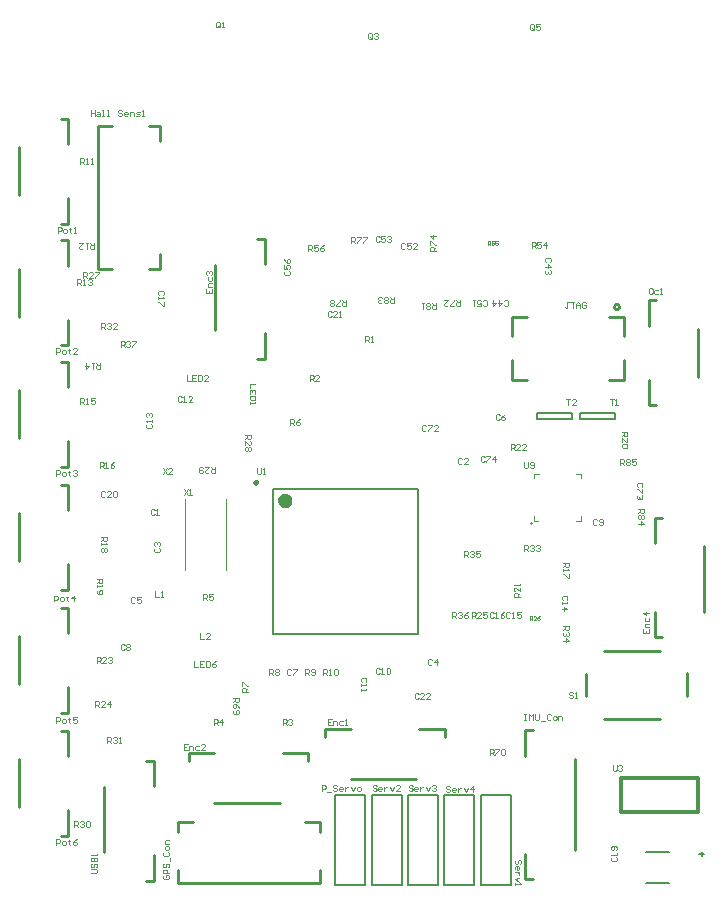
<source format=gto>
%FSTAX23Y23*%
%MOIN*%
%SFA1B1*%

%IPPOS*%
%ADD32C,0.011810*%
%ADD35C,0.009840*%
%ADD74C,0.023620*%
%ADD75C,0.010000*%
%ADD76C,0.003940*%
%ADD77C,0.007870*%
%ADD78C,0.005910*%
%LNninja_3_2_pcb-1*%
%LPD*%
G54D32*
X02028Y00367D02*
X02284D01*
X02028Y00255D02*
Y00367D01*
Y00255D02*
X02284D01*
Y00367*
G54D35*
X00815Y01353D02*
D01*
X00815Y01354*
X00815Y01354*
X00815Y01354*
X00815Y01355*
X00815Y01355*
X00815Y01355*
X00815Y01356*
X00814Y01356*
X00814Y01356*
X00814Y01356*
X00814Y01357*
X00814Y01357*
X00813Y01357*
X00813Y01357*
X00813Y01358*
X00812Y01358*
X00812Y01358*
X00812Y01358*
X00811Y01358*
X00811Y01358*
X00811Y01358*
X0081Y01358*
X0081*
X0081Y01358*
X00809Y01358*
X00809Y01358*
X00809Y01358*
X00808Y01358*
X00808Y01358*
X00808Y01358*
X00808Y01357*
X00807Y01357*
X00807Y01357*
X00807Y01357*
X00807Y01356*
X00806Y01356*
X00806Y01356*
X00806Y01356*
X00806Y01355*
X00806Y01355*
X00806Y01355*
X00805Y01354*
X00805Y01354*
X00805Y01354*
X00805Y01353*
X00805Y01353*
X00805Y01353*
X00805Y01352*
X00806Y01352*
X00806Y01352*
X00806Y01351*
X00806Y01351*
X00806Y01351*
X00806Y0135*
X00807Y0135*
X00807Y0135*
X00807Y0135*
X00807Y01349*
X00808Y01349*
X00808Y01349*
X00808Y01349*
X00808Y01349*
X00809Y01349*
X00809Y01349*
X00809Y01348*
X0081Y01348*
X0081Y01348*
X0081*
X00811Y01348*
X00811Y01348*
X00811Y01349*
X00812Y01349*
X00812Y01349*
X00812Y01349*
X00813Y01349*
X00813Y01349*
X00813Y01349*
X00814Y0135*
X00814Y0135*
X00814Y0135*
X00814Y0135*
X00814Y01351*
X00815Y01351*
X00815Y01351*
X00815Y01352*
X00815Y01352*
X00815Y01352*
X00815Y01353*
X00815Y01353*
X00815Y01353*
G54D74*
X00919Y01292D02*
D01*
X00919Y01293*
X00918Y01294*
X00918Y01295*
X00918Y01296*
X00918Y01296*
X00918Y01297*
X00917Y01298*
X00917Y01299*
X00916Y01299*
X00916Y013*
X00915Y013*
X00915Y01301*
X00914Y01302*
X00913Y01302*
X00913Y01302*
X00912Y01303*
X00911Y01303*
X0091Y01303*
X0091Y01304*
X00909Y01304*
X00908Y01304*
X00907Y01304*
X00906*
X00906Y01304*
X00905Y01304*
X00904Y01304*
X00903Y01303*
X00902Y01303*
X00902Y01303*
X00901Y01302*
X009Y01302*
X00899Y01302*
X00899Y01301*
X00898Y013*
X00898Y013*
X00897Y01299*
X00897Y01299*
X00896Y01298*
X00896Y01297*
X00896Y01296*
X00895Y01296*
X00895Y01295*
X00895Y01294*
X00895Y01293*
X00895Y01292*
X00895Y01291*
X00895Y01291*
X00895Y0129*
X00895Y01289*
X00896Y01288*
X00896Y01287*
X00896Y01287*
X00897Y01286*
X00897Y01285*
X00898Y01285*
X00898Y01284*
X00899Y01283*
X00899Y01283*
X009Y01282*
X00901Y01282*
X00902Y01282*
X00902Y01281*
X00903Y01281*
X00904Y01281*
X00905Y01281*
X00906Y01281*
X00906Y0128*
X00907*
X00908Y01281*
X00909Y01281*
X0091Y01281*
X0091Y01281*
X00911Y01281*
X00912Y01282*
X00913Y01282*
X00913Y01282*
X00914Y01283*
X00915Y01283*
X00915Y01284*
X00916Y01285*
X00916Y01285*
X00917Y01286*
X00917Y01287*
X00918Y01287*
X00918Y01288*
X00918Y01289*
X00918Y0129*
X00918Y01291*
X00919Y01291*
X00919Y01292*
G54D75*
X02021Y01939D02*
D01*
X02021Y01939*
X02021Y0194*
X02021Y0194*
X0202Y01941*
X0202Y01941*
X0202Y01942*
X0202Y01942*
X02019Y01943*
X02019Y01943*
X02019Y01944*
X02018Y01944*
X02018Y01945*
X02018Y01945*
X02017Y01945*
X02017Y01946*
X02016Y01946*
X02016Y01946*
X02015Y01946*
X02014Y01947*
X02014Y01947*
X02013Y01947*
X02013Y01947*
X02012*
X02012Y01947*
X02011Y01947*
X02011Y01947*
X0201Y01946*
X02009Y01946*
X02009Y01946*
X02008Y01946*
X02008Y01945*
X02007Y01945*
X02007Y01945*
X02007Y01944*
X02006Y01944*
X02006Y01943*
X02006Y01943*
X02005Y01942*
X02005Y01942*
X02005Y01941*
X02005Y01941*
X02004Y0194*
X02004Y0194*
X02004Y01939*
X02004Y01939*
X02004Y01938*
X02004Y01937*
X02004Y01937*
X02005Y01936*
X02005Y01936*
X02005Y01935*
X02005Y01935*
X02006Y01934*
X02006Y01934*
X02006Y01933*
X02007Y01933*
X02007Y01932*
X02007Y01932*
X02008Y01932*
X02008Y01931*
X02009Y01931*
X02009Y01931*
X0201Y01931*
X02011Y0193*
X02011Y0193*
X02012Y0193*
X02012Y0193*
X02013*
X02013Y0193*
X02014Y0193*
X02014Y0193*
X02015Y01931*
X02016Y01931*
X02016Y01931*
X02017Y01931*
X02017Y01932*
X02018Y01932*
X02018Y01932*
X02018Y01933*
X02019Y01933*
X02019Y01934*
X02019Y01934*
X0202Y01935*
X0202Y01935*
X0202Y01936*
X0202Y01936*
X02021Y01937*
X02021Y01937*
X02021Y01938*
X02021Y01939*
X01728Y01216D02*
X01728D01*
X0197Y00791D02*
X02157D01*
X02249Y0064D02*
Y00716D01*
X0197Y00565D02*
X02157D01*
X01911Y0064D02*
Y00715D01*
X01663Y01695D02*
X01713D01*
X01663D02*
Y01759D01*
Y01905D02*
X01713D01*
X01663Y01841D02*
Y01905D01*
X01989Y01695D02*
X02039D01*
Y01759*
Y01839D02*
Y01903D01*
X01989D02*
X02039D01*
X00185Y0248D02*
Y02565D01*
X0016D02*
X00185D01*
X0002Y0231D02*
Y0247D01*
X0016Y02215D02*
X00185D01*
Y023*
Y02075D02*
Y0216D01*
X0016D02*
X00185D01*
X0002Y01905D02*
Y02065D01*
X0016Y0181D02*
X00185D01*
Y01895*
Y0167D02*
Y01755D01*
X0016D02*
X00185D01*
X0002Y015D02*
Y0166D01*
X0016Y01405D02*
X00185D01*
Y0149*
Y0126D02*
Y01345D01*
X0016D02*
X00185D01*
X0002Y0109D02*
Y0125D01*
X0016Y00995D02*
X00185D01*
Y0108*
Y0085D02*
Y00935D01*
X0016D02*
X00185D01*
X0002Y0068D02*
Y0084D01*
X0016Y00585D02*
X00185D01*
Y0067*
Y0044D02*
Y00525D01*
X0016D02*
X00185D01*
X0002Y0027D02*
Y0043D01*
X0016Y00175D02*
X00185D01*
Y0026*
X0212Y0161D02*
Y01695D01*
Y0161D02*
X02145D01*
X02285Y01705D02*
Y01865D01*
X0212Y0196D02*
X02145D01*
X0212Y01875D02*
Y0196D01*
X00675Y0186D02*
Y02078D01*
X00815Y01765D02*
X0084D01*
Y0185*
X00815Y02164D02*
X0084D01*
Y02079D02*
Y02164D01*
X00672Y00285D02*
X0089D01*
X00985Y00425D02*
Y0045D01*
X009D02*
X00985D01*
X00586Y00425D02*
Y0045D01*
X00671*
X01127Y00365D02*
X01345D01*
X0144Y00505D02*
Y0053D01*
X01355D02*
X0144D01*
X01041Y00505D02*
Y0053D01*
X01126*
X02305Y00922D02*
Y0114D01*
X0214Y01235D02*
X02165D01*
X0214Y0115D02*
Y01235D01*
Y00836D02*
X02165D01*
X0214D02*
Y00921D01*
X00305Y0012D02*
Y00338D01*
X00445Y00025D02*
X0047D01*
Y0011*
X00445Y00424D02*
X0047D01*
Y00339D02*
Y00424D01*
X0049Y0249D02*
Y02538D01*
Y02065D02*
Y02115D01*
X00285Y0254D02*
X0033D01*
X00455D02*
X0049D01*
X00455Y02065D02*
X0049D01*
X00285D02*
X0033D01*
X00285D02*
Y0254D01*
X00551Y00221D02*
X006D01*
X00975D02*
X01025D01*
X0055Y00016D02*
Y00061D01*
Y00186D02*
Y00221D01*
X01025Y00186D02*
Y00221D01*
Y00016D02*
Y00061D01*
X0055Y00016D02*
X01025D01*
X01709Y0003D02*
Y00115D01*
Y0003D02*
X01734D01*
X01709Y00442D02*
Y00527D01*
X01734*
X01874Y00128D02*
Y00432D01*
G54D76*
X00573Y01062D02*
Y01298D01*
X00711Y01061D02*
Y01298D01*
X01737Y01367D02*
Y01382D01*
X01753*
X01879D02*
X01895D01*
Y01366D02*
Y01382D01*
Y01225D02*
Y0124D01*
X01879Y01225D02*
X01895D01*
X01737D02*
Y0124D01*
X01737Y01225D02*
X01752D01*
X0166Y0146D02*
Y01479D01*
X01669*
X01673Y01476*
Y01469*
X01669Y01466*
X0166*
X01666D02*
X01673Y0146D01*
X01692D02*
X01679D01*
X01692Y01473*
Y01476*
X01689Y01479*
X01682*
X01679Y01476*
X01712Y0146D02*
X01699D01*
X01712Y01473*
Y01476*
X01709Y01479*
X01702*
X01699Y01476*
X0203Y0152D02*
X02049D01*
Y0151*
X02046Y01506*
X02039*
X02036Y0151*
Y0152*
Y01513D02*
X0203Y01506D01*
Y01487D02*
Y015D01*
X02043Y01487*
X02046*
X02049Y0149*
Y01497*
X02046Y015*
Y0148D02*
X02049Y01477D01*
Y0147*
X02046Y01467*
X02033*
X0203Y0147*
Y01477*
X02033Y0148*
X02046*
X005Y01399D02*
X00513Y0138D01*
Y01399D02*
X005Y0138D01*
X00532D02*
X00519D01*
X00532Y01393*
Y01396*
X00529Y01399*
X00522*
X00519Y01396*
X0057Y01329D02*
X00583Y0131D01*
Y01329D02*
X0057Y0131D01*
X00589D02*
X00596D01*
X00592*
Y01329*
X00589Y01326*
X01705Y01419D02*
Y01403D01*
X01708Y014*
X01714*
X01718Y01403*
Y01419*
X01724Y01403D02*
X01727Y014D01*
X01734*
X01737Y01403*
Y01416*
X01734Y01419*
X01727*
X01724Y01416*
Y01413*
X01727Y01409*
X01737*
X02Y00409D02*
Y00393D01*
X02003Y0039*
X02009*
X02013Y00393*
Y00409*
X02019Y00406D02*
X02022Y00409D01*
X02029*
X02032Y00406*
Y00403*
X02029Y00399*
X02026*
X02029*
X02032Y00396*
Y00393*
X02029Y0039*
X02022*
X02019Y00393*
X00815Y01399D02*
Y01383D01*
X00818Y0138*
X00824*
X00828Y01383*
Y01399*
X00834Y0138D02*
X00841D01*
X00837*
Y01399*
X00834Y01396*
X01845Y01629D02*
X01858D01*
X01851*
Y0161*
X01877D02*
X01864D01*
X01877Y01623*
Y01626*
X01874Y01629*
X01867*
X01864Y01626*
X0199Y01629D02*
X02003D01*
X01996*
Y0161*
X02009D02*
X02016D01*
X02012*
Y01629*
X02009Y01626*
X01868Y00651D02*
X01864Y00654D01*
X01858*
X01855Y00651*
Y00648*
X01858Y00644*
X01864*
X01868Y00641*
Y00638*
X01864Y00635*
X01858*
X01855Y00638*
X01874Y00635D02*
X01881D01*
X01877*
Y00654*
X01874Y00651*
X02025Y0141D02*
Y01429D01*
X02034*
X02038Y01426*
Y01419*
X02034Y01416*
X02025*
X02031D02*
X02038Y0141D01*
X02044Y01426D02*
X02047Y01429D01*
X02054*
X02057Y01426*
Y01423*
X02054Y01419*
X02057Y01416*
Y01413*
X02054Y0141*
X02047*
X02044Y01413*
Y01416*
X02047Y01419*
X02044Y01423*
Y01426*
X02047Y01419D02*
X02054D01*
X02077Y01429D02*
X02064D01*
Y01419*
X0207Y01423*
X02074*
X02077Y01419*
Y01413*
X02074Y0141*
X02067*
X02064Y01413*
X02085Y01265D02*
X02104D01*
Y01255*
X02101Y01251*
X02094*
X02091Y01255*
Y01265*
Y01258D02*
X02085Y01251D01*
X02101Y01245D02*
X02104Y01242D01*
Y01235*
X02101Y01232*
X02098*
X02094Y01235*
X02091Y01232*
X02088*
X02085Y01235*
Y01242*
X02088Y01245*
X02091*
X02094Y01242*
X02098Y01245*
X02101*
X02094Y01242D02*
Y01235D01*
X02085Y01215D02*
X02104D01*
X02094Y01225*
Y01212*
X0127Y0197D02*
Y0195D01*
X0126*
X01256Y01953*
Y0196*
X0126Y01963*
X0127*
X01263D02*
X01256Y0197D01*
X0125Y01953D02*
X01247Y0195D01*
X0124*
X01237Y01953*
Y01956*
X0124Y0196*
X01237Y01963*
Y01966*
X0124Y0197*
X01247*
X0125Y01966*
Y01963*
X01247Y0196*
X0125Y01956*
Y01953*
X01247Y0196D02*
X0124D01*
X0123Y01953D02*
X01227Y0195D01*
X0122*
X01217Y01953*
Y01956*
X0122Y0196*
X01224*
X0122*
X01217Y01963*
Y01966*
X0122Y0197*
X01227*
X0123Y01966*
X0141Y0195D02*
Y0193D01*
X014*
X01396Y01933*
Y0194*
X014Y01943*
X0141*
X01403D02*
X01396Y0195D01*
X0139Y01933D02*
X01387Y0193D01*
X0138*
X01377Y01933*
Y01936*
X0138Y0194*
X01377Y01943*
Y01946*
X0138Y0195*
X01387*
X0139Y01946*
Y01943*
X01387Y0194*
X0139Y01936*
Y01933*
X01387Y0194D02*
X0138D01*
X0137Y0195D02*
X01364D01*
X01367*
Y0193*
X0137Y01933*
X0111Y0196D02*
Y0194D01*
X011*
X01096Y01943*
Y0195*
X011Y01953*
X0111*
X01103D02*
X01096Y0196D01*
X0109Y0194D02*
X01077D01*
Y01943*
X0109Y01956*
Y0196*
X0107Y01943D02*
X01067Y0194D01*
X0106*
X01057Y01943*
Y01946*
X0106Y0195*
X01057Y01953*
Y01956*
X0106Y0196*
X01067*
X0107Y01956*
Y01953*
X01067Y0195*
X0107Y01946*
Y01943*
X01067Y0195D02*
X0106D01*
X01129Y02151D02*
Y0217D01*
X01139*
X01142Y02167*
Y0216*
X01139Y02157*
X01129*
X01135D02*
X01142Y02151D01*
X01148Y0217D02*
X01162D01*
Y02167*
X01148Y02154*
Y02151*
X01168Y0217D02*
X01181D01*
Y02167*
X01168Y02154*
Y02151*
X0141Y02125D02*
X0139D01*
Y02134*
X01393Y02138*
X014*
X01403Y02134*
Y02125*
Y02131D02*
X0141Y02138D01*
X0139Y02144D02*
Y02157D01*
X01393*
X01406Y02144*
X0141*
Y02174D02*
X0139D01*
X014Y02164*
Y02177*
X0149Y0196D02*
Y0194D01*
X0148*
X01476Y01943*
Y0195*
X0148Y01953*
X0149*
X01483D02*
X01476Y0196D01*
X0147Y0194D02*
X01457D01*
Y01943*
X0147Y01956*
Y0196*
X01437D02*
X0145D01*
X01437Y01946*
Y01943*
X0144Y0194*
X01447*
X0145Y01943*
X0159Y00445D02*
Y00464D01*
X01599*
X01603Y00461*
Y00454*
X01599Y00451*
X0159*
X01596D02*
X01603Y00445D01*
X01609Y00464D02*
X01622D01*
Y00461*
X01609Y00448*
Y00445*
X01629Y00461D02*
X01632Y00464D01*
X01639*
X01642Y00461*
Y00448*
X01639Y00445*
X01632*
X01629Y00448*
Y00461*
X00735Y00634D02*
X00755D01*
Y00625*
X00751Y00621*
X00745*
X00742Y00625*
Y00634*
Y00628D02*
X00735Y00621D01*
X00755Y00602D02*
X00751Y00608D01*
X00745Y00615*
X00738*
X00735Y00611*
Y00605*
X00738Y00602*
X00742*
X00745Y00605*
Y00615*
X00738Y00595D02*
X00735Y00592D01*
Y00585*
X00738Y00582*
X00751*
X00755Y00585*
Y00592*
X00751Y00595*
X00748*
X00745Y00592*
Y00582*
X00985Y02125D02*
Y02144D01*
X00994*
X00998Y02141*
Y02134*
X00994Y02131*
X00985*
X00991D02*
X00998Y02125D01*
X01017Y02144D02*
X01004D01*
Y02134*
X01011Y02138*
X01014*
X01017Y02134*
Y02128*
X01014Y02125*
X01007*
X01004Y02128*
X01037Y02144D02*
X0103Y02141D01*
X01024Y02134*
Y02128*
X01027Y02125*
X01034*
X01037Y02128*
Y02131*
X01034Y02134*
X01024*
X01585Y02145D02*
Y02156D01*
X0159*
X01592Y02154*
Y0215*
X0159Y02148*
X01585*
X01588D02*
X01592Y02145D01*
X01604Y02156D02*
X01596D01*
Y0215*
X016Y02152*
X01602*
X01604Y0215*
Y02146*
X01602Y02145*
X01598*
X01596Y02146*
X01616Y02156D02*
X01608D01*
Y0215*
X01612Y02152*
X01614*
X01616Y0215*
Y02146*
X01614Y02145*
X0161*
X01608Y02146*
X0173Y02135D02*
Y02154D01*
X01739*
X01743Y02151*
Y02144*
X01739Y02141*
X0173*
X01736D02*
X01743Y02135D01*
X01762Y02154D02*
X01749D01*
Y02144*
X01756Y02148*
X01759*
X01762Y02144*
Y02138*
X01759Y02135*
X01752*
X01749Y02138*
X01779Y02135D02*
Y02154D01*
X01769Y02144*
X01782*
X0036Y01805D02*
Y01824D01*
X00369*
X00373Y01821*
Y01814*
X00369Y01811*
X0036*
X00366D02*
X00373Y01805D01*
X00379Y01821D02*
X00382Y01824D01*
X00389*
X00392Y01821*
Y01818*
X00389Y01814*
X00386*
X00389*
X00392Y01811*
Y01808*
X00389Y01805*
X00382*
X00379Y01808*
X00399Y01824D02*
X00412D01*
Y01821*
X00399Y01808*
Y01805*
X01465Y009D02*
Y00919D01*
X01474*
X01478Y00916*
Y00909*
X01474Y00906*
X01465*
X01471D02*
X01478Y009D01*
X01484Y00916D02*
X01487Y00919D01*
X01494*
X01497Y00916*
Y00913*
X01494Y00909*
X01491*
X01494*
X01497Y00906*
Y00903*
X01494Y009*
X01487*
X01484Y00903*
X01517Y00919D02*
X0151Y00916D01*
X01504Y00909*
Y00903*
X01507Y009*
X01514*
X01517Y00903*
Y00906*
X01514Y00909*
X01504*
X01505Y01105D02*
Y01124D01*
X01514*
X01518Y01121*
Y01114*
X01514Y01111*
X01505*
X01511D02*
X01518Y01105D01*
X01524Y01121D02*
X01527Y01124D01*
X01534*
X01537Y01121*
Y01118*
X01534Y01114*
X01531*
X01534*
X01537Y01111*
Y01108*
X01534Y01105*
X01527*
X01524Y01108*
X01557Y01124D02*
X01544D01*
Y01114*
X0155Y01118*
X01554*
X01557Y01114*
Y01108*
X01554Y01105*
X01547*
X01544Y01108*
X01835Y00875D02*
X01854D01*
Y00865*
X01851Y00861*
X01844*
X01841Y00865*
Y00875*
Y00868D02*
X01835Y00861D01*
X01851Y00855D02*
X01854Y00852D01*
Y00845*
X01851Y00842*
X01848*
X01844Y00845*
Y00848*
Y00845*
X01841Y00842*
X01838*
X01835Y00845*
Y00852*
X01838Y00855*
X01835Y00825D02*
X01854D01*
X01844Y00835*
Y00822*
X01705Y01125D02*
Y01144D01*
X01714*
X01718Y01141*
Y01134*
X01714Y01131*
X01705*
X01711D02*
X01718Y01125D01*
X01724Y01141D02*
X01727Y01144D01*
X01734*
X01737Y01141*
Y01138*
X01734Y01134*
X01731*
X01734*
X01737Y01131*
Y01128*
X01734Y01125*
X01727*
X01724Y01128*
X01744Y01141D02*
X01747Y01144D01*
X01754*
X01757Y01141*
Y01138*
X01754Y01134*
X0175*
X01754*
X01757Y01131*
Y01128*
X01754Y01125*
X01747*
X01744Y01128*
X00295Y01865D02*
Y01884D01*
X00304*
X00308Y01881*
Y01874*
X00304Y01871*
X00295*
X00301D02*
X00308Y01865D01*
X00314Y01881D02*
X00317Y01884D01*
X00324*
X00327Y01881*
Y01878*
X00324Y01874*
X00321*
X00324*
X00327Y01871*
Y01868*
X00324Y01865*
X00317*
X00314Y01868*
X00347Y01865D02*
X00334D01*
X00347Y01878*
Y01881*
X00344Y01884*
X00337*
X00334Y01881*
X00315Y00485D02*
Y00504D01*
X00324*
X00328Y00501*
Y00494*
X00324Y00491*
X00315*
X00321D02*
X00328Y00485D01*
X00334Y00501D02*
X00337Y00504D01*
X00344*
X00347Y00501*
Y00498*
X00344Y00494*
X00341*
X00344*
X00347Y00491*
Y00488*
X00344Y00485*
X00337*
X00334Y00488*
X00354Y00485D02*
X0036D01*
X00357*
Y00504*
X00354Y00501*
X00205Y00205D02*
Y00224D01*
X00214*
X00218Y00221*
Y00214*
X00214Y00211*
X00205*
X00211D02*
X00218Y00205D01*
X00224Y00221D02*
X00227Y00224D01*
X00234*
X00237Y00221*
Y00218*
X00234Y00214*
X00231*
X00234*
X00237Y00211*
Y00208*
X00234Y00205*
X00227*
X00224Y00208*
X00244Y00221D02*
X00247Y00224D01*
X00254*
X00257Y00221*
Y00208*
X00254Y00205*
X00247*
X00244Y00208*
Y00221*
X00675Y01405D02*
Y01385D01*
X00665*
X00661Y01388*
Y01395*
X00665Y01398*
X00675*
X00668D02*
X00661Y01405D01*
X00642D02*
X00655D01*
X00642Y01391*
Y01388*
X00645Y01385*
X00652*
X00655Y01388*
X00635Y01401D02*
X00632Y01405D01*
X00625*
X00622Y01401*
Y01388*
X00625Y01385*
X00632*
X00635Y01388*
Y01391*
X00632Y01395*
X00622*
X00775Y0151D02*
X00794D01*
Y015*
X00791Y01496*
X00784*
X00781Y015*
Y0151*
Y01503D02*
X00775Y01496D01*
Y01477D02*
Y0149D01*
X00788Y01477*
X00791*
X00794Y0148*
Y01487*
X00791Y0149*
Y0147D02*
X00794Y01467D01*
Y0146*
X00791Y01457*
X00788*
X00784Y0146*
X00781Y01457*
X00778*
X00775Y0146*
Y01467*
X00778Y0147*
X00781*
X00784Y01467*
X00788Y0147*
X00791*
X00784Y01467D02*
Y0146D01*
X00235Y02035D02*
Y02054D01*
X00244*
X00248Y02051*
Y02044*
X00244Y02041*
X00235*
X00241D02*
X00248Y02035D01*
X00267D02*
X00254D01*
X00267Y02048*
Y02051*
X00264Y02054*
X00257*
X00254Y02051*
X00274Y02054D02*
X00287D01*
Y02051*
X00274Y02038*
Y02035*
X01725Y00895D02*
Y00906D01*
X0173*
X01732Y00904*
Y009*
X0173Y00898*
X01725*
X01728D02*
X01732Y00895D01*
X01744D02*
X01736D01*
X01744Y00902*
Y00904*
X01742Y00906*
X01738*
X01736Y00904*
X01756Y00906D02*
X01752Y00904D01*
X01748Y009*
Y00896*
X0175Y00895*
X01754*
X01756Y00896*
Y00898*
X01754Y009*
X01748*
X0153Y009D02*
Y00919D01*
X01539*
X01543Y00916*
Y00909*
X01539Y00906*
X0153*
X01536D02*
X01543Y009D01*
X01562D02*
X01549D01*
X01562Y00913*
Y00916*
X01559Y00919*
X01552*
X01549Y00916*
X01582Y00919D02*
X01569D01*
Y00909*
X01575Y00913*
X01579*
X01582Y00909*
Y00903*
X01579Y009*
X01572*
X01569Y00903*
X00275Y00605D02*
Y00624D01*
X00284*
X00288Y00621*
Y00614*
X00284Y00611*
X00275*
X00281D02*
X00288Y00605D01*
X00307D02*
X00294D01*
X00307Y00618*
Y00621*
X00304Y00624*
X00297*
X00294Y00621*
X00324Y00605D02*
Y00624D01*
X00314Y00614*
X00327*
X0028Y0075D02*
Y00769D01*
X00289*
X00293Y00766*
Y00759*
X00289Y00756*
X0028*
X00286D02*
X00293Y0075D01*
X00312D02*
X00299D01*
X00312Y00763*
Y00766*
X00309Y00769*
X00302*
X00299Y00766*
X00319D02*
X00322Y00769D01*
X00329*
X00332Y00766*
Y00763*
X00329Y00759*
X00325*
X00329*
X00332Y00756*
Y00753*
X00329Y0075*
X00322*
X00319Y00753*
X0169Y0097D02*
X0167D01*
Y00979*
X01673Y00983*
X0168*
X01683Y00979*
Y0097*
Y00976D02*
X0169Y00983D01*
Y01002D02*
Y00989D01*
X01676Y01002*
X01673*
X0167Y00999*
Y00992*
X01673Y00989*
X0169Y01009D02*
Y01015D01*
Y01012*
X0167*
X01673Y01009*
X0028Y0103D02*
X00299D01*
Y0102*
X00296Y01016*
X00289*
X00286Y0102*
Y0103*
Y01023D02*
X0028Y01016D01*
Y0101D02*
Y01003D01*
Y01007*
X00299*
X00296Y0101*
X00283Y00993D02*
X0028Y0099D01*
Y00984*
X00283Y0098*
X00296*
X00299Y00984*
Y0099*
X00296Y00993*
X00293*
X00289Y0099*
Y0098*
X00295Y0117D02*
X00314D01*
Y0116*
X00311Y01156*
X00304*
X00301Y0116*
Y0117*
Y01163D02*
X00295Y01156D01*
Y0115D02*
Y01143D01*
Y01147*
X00314*
X00311Y0115*
Y01133D02*
X00314Y0113D01*
Y01124*
X00311Y0112*
X00308*
X00304Y01124*
X00301Y0112*
X00298*
X00295Y01124*
Y0113*
X00298Y01133*
X00301*
X00304Y0113*
X00308Y01133*
X00311*
X00304Y0113D02*
Y01124D01*
X01835Y01085D02*
X01854D01*
Y01075*
X01851Y01071*
X01844*
X01841Y01075*
Y01085*
Y01078D02*
X01835Y01071D01*
Y01065D02*
Y01058D01*
Y01062*
X01854*
X01851Y01065*
X01854Y01048D02*
Y01035D01*
X01851*
X01838Y01048*
X01835*
X0029Y014D02*
Y01419D01*
X00299*
X00303Y01416*
Y01409*
X00299Y01406*
X0029*
X00296D02*
X00303Y014D01*
X00309D02*
X00316D01*
X00312*
Y01419*
X00309Y01416*
X00339Y01419D02*
X00332Y01416D01*
X00326Y01409*
Y01403*
X00329Y014*
X00335*
X00339Y01403*
Y01406*
X00335Y01409*
X00326*
X00225Y01615D02*
Y01634D01*
X00234*
X00238Y01631*
Y01624*
X00234Y01621*
X00225*
X00231D02*
X00238Y01615D01*
X00244D02*
X00251D01*
X00247*
Y01634*
X00244Y01631*
X00274Y01634D02*
X00261D01*
Y01624*
X00267Y01628*
X0027*
X00274Y01624*
Y01618*
X0027Y01615*
X00264*
X00261Y01618*
X0029Y0175D02*
Y0173D01*
X0028*
X00276Y01733*
Y0174*
X0028Y01743*
X0029*
X00283D02*
X00276Y0175D01*
X0027D02*
X00263D01*
X00267*
Y0173*
X0027Y01733*
X00244Y0175D02*
Y0173D01*
X00253Y0174*
X0024*
X00215Y0201D02*
Y02029D01*
X00224*
X00228Y02026*
Y02019*
X00224Y02016*
X00215*
X00221D02*
X00228Y0201D01*
X00234D02*
X00241D01*
X00237*
Y02029*
X00234Y02026*
X00251D02*
X00254Y02029D01*
X0026*
X00264Y02026*
Y02023*
X0026Y02019*
X00257*
X0026*
X00264Y02016*
Y02013*
X0026Y0201*
X00254*
X00251Y02013*
X0027Y0215D02*
Y0213D01*
X0026*
X00256Y02133*
Y0214*
X0026Y02143*
X0027*
X00263D02*
X00256Y0215D01*
X0025D02*
X00243D01*
X00247*
Y0213*
X0025Y02133*
X0022Y0215D02*
X00233D01*
X0022Y02136*
Y02133*
X00224Y0213*
X0023*
X00233Y02133*
X00225Y02415D02*
Y02435D01*
X00234*
X00238Y02432*
Y02425*
X00234Y02422*
X00225*
X00231D02*
X00238Y02415D01*
X00244D02*
X00251D01*
X00247*
Y02435*
X00244Y02432*
X00261Y02415D02*
X00267D01*
X00264*
Y02435*
X00261Y02432*
X01035Y0071D02*
Y00729D01*
X01044*
X01048Y00726*
Y00719*
X01044Y00716*
X01035*
X01041D02*
X01048Y0071D01*
X01054D02*
X01061D01*
X01057*
Y00729*
X01054Y00726*
X01071D02*
X01074Y00729D01*
X0108*
X01084Y00726*
Y00713*
X0108Y0071*
X01074*
X01071Y00713*
Y00726*
X00975Y00712D02*
Y00731D01*
X00984*
X00988Y00728*
Y00721*
X00984Y00718*
X00975*
X00981D02*
X00988Y00712D01*
X00994Y00715D02*
X00997Y00712D01*
X01004*
X01007Y00715*
Y00728*
X01004Y00731*
X00997*
X00994Y00728*
Y00725*
X00997Y00721*
X01007*
X00855Y0071D02*
Y00729D01*
X00864*
X00868Y00726*
Y00719*
X00864Y00716*
X00855*
X00861D02*
X00868Y0071D01*
X00874Y00726D02*
X00877Y00729D01*
X00884*
X00887Y00726*
Y00723*
X00884Y00719*
X00887Y00716*
Y00713*
X00884Y0071*
X00877*
X00874Y00713*
Y00716*
X00877Y00719*
X00874Y00723*
Y00726*
X00877Y00719D02*
X00884D01*
X00784Y00655D02*
X00764D01*
Y00664*
X00767Y00668*
X00774*
X00777Y00664*
Y00655*
Y00661D02*
X00784Y00668D01*
X00764Y00674D02*
Y00687D01*
X00767*
X00781Y00674*
X00784*
X00925Y01545D02*
Y01564D01*
X00934*
X00938Y01561*
Y01554*
X00934Y01551*
X00925*
X00931D02*
X00938Y01545D01*
X00957Y01564D02*
X00951Y01561D01*
X00944Y01554*
Y01548*
X00947Y01545*
X00954*
X00957Y01548*
Y01551*
X00954Y01554*
X00944*
X00635Y0096D02*
Y00979D01*
X00644*
X00648Y00976*
Y00969*
X00644Y00966*
X00635*
X00641D02*
X00648Y0096D01*
X00667Y00979D02*
X00654D01*
Y00969*
X00661Y00973*
X00664*
X00667Y00969*
Y00963*
X00664Y0096*
X00657*
X00654Y00963*
X0067Y00545D02*
Y00564D01*
X00679*
X00683Y00561*
Y00554*
X00679Y00551*
X0067*
X00676D02*
X00683Y00545D01*
X00699D02*
Y00564D01*
X00689Y00554*
X00702*
X009Y00545D02*
Y00565D01*
X00909*
X00913Y00562*
Y00555*
X00909Y00552*
X009*
X00906D02*
X00913Y00545D01*
X00919Y00562D02*
X00922Y00565D01*
X00929*
X00932Y00562*
Y00558*
X00929Y00555*
X00926*
X00929*
X00932Y00552*
Y00548*
X00929Y00545*
X00922*
X00919Y00548*
X0099Y0169D02*
Y01709D01*
X00999*
X01003Y01706*
Y01699*
X00999Y01696*
X0099*
X00996D02*
X01003Y0169D01*
X01022D02*
X01009D01*
X01022Y01703*
Y01706*
X01019Y01709*
X01012*
X01009Y01706*
X01175Y0182D02*
Y01839D01*
X01184*
X01188Y01836*
Y01829*
X01184Y01826*
X01175*
X01181D02*
X01188Y0182D01*
X01194D02*
X01201D01*
X01197*
Y01839*
X01194Y01836*
X01738Y02863D02*
Y02876D01*
X01734Y02879*
X01728*
X01725Y02876*
Y02863*
X01728Y0286*
X01734*
X01731Y02866D02*
X01738Y0286D01*
X01734D02*
X01738Y02863D01*
X01757Y02879D02*
X01744D01*
Y02869*
X01751Y02873*
X01754*
X01757Y02869*
Y02863*
X01754Y0286*
X01747*
X01744Y02863*
X01198Y02833D02*
Y02846D01*
X01194Y02849*
X01188*
X01185Y02846*
Y02833*
X01188Y0283*
X01194*
X01191Y02836D02*
X01198Y0283D01*
X01194D02*
X01198Y02833D01*
X01204Y02846D02*
X01207Y02849D01*
X01214*
X01217Y02846*
Y02843*
X01214Y02839*
X01211*
X01214*
X01217Y02836*
Y02833*
X01214Y0283*
X01207*
X01204Y02833*
X00691Y02872D02*
Y02885D01*
X00687Y02888*
X00681*
X00678Y02885*
Y02872*
X00681Y02869*
X00687*
X00684Y02875D02*
X00691Y02869D01*
X00687D02*
X00691Y02872D01*
X00697Y02869D02*
X00704D01*
X007*
Y02888*
X00697Y02885*
X00605Y00756D02*
Y00737D01*
X00618*
X00637Y00756D02*
X00624D01*
Y00737*
X00637*
X00624Y00746D02*
X00631D01*
X00644Y00756D02*
Y00737D01*
X00654*
X00657Y0074*
Y00753*
X00654Y00756*
X00644*
X00677D02*
X0067Y00753D01*
X00664Y00746*
Y0074*
X00667Y00737*
X00673*
X00677Y0074*
Y00743*
X00673Y00746*
X00664*
X0058Y01709D02*
Y0169D01*
X00593*
X00612Y01709D02*
X00599D01*
Y0169*
X00612*
X00599Y01699D02*
X00606D01*
X00619Y01709D02*
Y0169D01*
X00629*
X00632Y01693*
Y01706*
X00629Y01709*
X00619*
X00652Y0169D02*
X00639D01*
X00652Y01703*
Y01706*
X00648Y01709*
X00642*
X00639Y01706*
X00809Y0168D02*
X0079D01*
Y01666*
X00809Y01647D02*
Y0166D01*
X0079*
Y01647*
X00799Y0166D02*
Y01653D01*
X00809Y0164D02*
X0079D01*
Y0163*
X00793Y01627*
X00806*
X00809Y0163*
Y0164*
X0079Y0162D02*
Y01614D01*
Y01617*
X00809*
X00806Y0162*
X00625Y00849D02*
Y0083D01*
X00638*
X00657D02*
X00644D01*
X00657Y00843*
Y00846*
X00654Y00849*
X00647*
X00644Y00846*
X00475Y00991D02*
Y00972D01*
X00488*
X00494D02*
X00501D01*
X00497*
Y00991*
X00494Y00988*
X01705Y00579D02*
X01711D01*
X01708*
Y0056*
X01705*
X01711*
X01721D02*
Y00579D01*
X01727Y00573*
X01734Y00579*
Y0056*
X01741Y00579D02*
Y00563D01*
X01744Y0056*
X0175*
X01754Y00563*
Y00579*
X0176Y00556D02*
X01773D01*
X01793Y00576D02*
X0179Y00579D01*
X01783*
X0178Y00576*
Y00563*
X01783Y0056*
X0179*
X01793Y00563*
X01803Y0056D02*
X01809D01*
X01813Y00563*
Y00569*
X01809Y00573*
X01803*
X018Y00569*
Y00563*
X01803Y0056*
X01819D02*
Y00573D01*
X01829*
X01832Y00569*
Y0056*
X00503Y00043D02*
X005Y00039D01*
Y00033*
X00503Y0003*
X00516*
X0052Y00033*
Y00039*
X00516Y00043*
X0051*
Y00036*
X0052Y00049D02*
X005D01*
Y00059*
X00503Y00062*
X0051*
X00513Y00059*
Y00049*
X00503Y00082D02*
X005Y00079D01*
Y00072*
X00503Y00069*
X00506*
X0051Y00072*
Y00079*
X00513Y00082*
X00516*
X0052Y00079*
Y00072*
X00516Y00069*
X00523Y00089D02*
Y00102D01*
X00503Y00121D02*
X005Y00118D01*
Y00111*
X00503Y00108*
X00516*
X0052Y00111*
Y00118*
X00516Y00121*
X0052Y00131D02*
Y00138D01*
X00516Y00141*
X0051*
X00506Y00138*
Y00131*
X0051Y00128*
X00516*
X0052Y00131*
Y00148D02*
X00506D01*
Y00157*
X0051Y00161*
X0052*
X0026Y0005D02*
X00276D01*
X0028Y00053*
Y00059*
X00276Y00063*
X0026*
X00263Y00082D02*
X0026Y00079D01*
Y00072*
X00263Y00069*
X00266*
X0027Y00072*
Y00079*
X00273Y00082*
X00276*
X0028Y00079*
Y00072*
X00276Y00069*
X0026Y00089D02*
X0028D01*
Y00099*
X00276Y00102*
X00273*
X0027Y00099*
Y00089*
Y00099*
X00266Y00102*
X00263*
X0026Y00099*
Y00089*
X0028Y00109D02*
Y00115D01*
Y00112*
X0026*
X00263Y00109*
X0026Y02594D02*
Y02575D01*
Y02584*
X00273*
Y02594*
Y02575*
X00282Y02588D02*
X00289D01*
X00292Y02584*
Y02575*
X00282*
X00279Y02578*
X00282Y02581*
X00292*
X00299Y02575D02*
X00305D01*
X00302*
Y02594*
X00299*
X00315Y02575D02*
X00322D01*
X00319*
Y02594*
X00315*
X00364Y02591D02*
X00361Y02594D01*
X00355*
X00351Y02591*
Y02588*
X00355Y02584*
X00361*
X00364Y02581*
Y02578*
X00361Y02575*
X00355*
X00351Y02578*
X00381Y02575D02*
X00374D01*
X00371Y02578*
Y02584*
X00374Y02588*
X00381*
X00384Y02584*
Y02581*
X00371*
X00391Y02575D02*
Y02588D01*
X00401*
X00404Y02584*
Y02575*
X0041D02*
X0042D01*
X00423Y02578*
X0042Y02581*
X00414*
X0041Y02584*
X00414Y02588*
X00423*
X0043Y02575D02*
X00437D01*
X00433*
Y02594*
X0043Y02591*
X02129Y01999D02*
X02123D01*
X0212Y01996*
Y01983*
X02123Y0198*
X02129*
X02133Y01983*
Y01996*
X02129Y01999*
X02152Y01993D02*
X02142D01*
X02139Y01989*
Y01983*
X02142Y0198*
X02152*
X02159D02*
X02165D01*
X02162*
Y01999*
X02159Y01996*
X00145Y00145D02*
Y00164D01*
X00154*
X00158Y00161*
Y00154*
X00154Y00151*
X00145*
X00167Y00145D02*
X00174D01*
X00177Y00148*
Y00154*
X00174Y00158*
X00167*
X00164Y00154*
Y00148*
X00167Y00145*
X00187Y00161D02*
Y00158D01*
X00184*
X0019*
X00187*
Y00148*
X0019Y00145*
X00213Y00164D02*
X00207Y00161D01*
X002Y00154*
Y00148*
X00204Y00145*
X0021*
X00213Y00148*
Y00151*
X0021Y00154*
X002*
X01458Y00336D02*
X01454Y00339D01*
X01448*
X01445Y00336*
Y00333*
X01448Y00329*
X01454*
X01458Y00326*
Y00323*
X01454Y0032*
X01448*
X01445Y00323*
X01474Y0032D02*
X01467D01*
X01464Y00323*
Y00329*
X01467Y00333*
X01474*
X01477Y00329*
Y00326*
X01464*
X01484Y00333D02*
Y0032D01*
Y00326*
X01487Y00329*
X0149Y00333*
X01494*
X01504D02*
X0151Y0032D01*
X01517Y00333*
X01533Y0032D02*
Y00339D01*
X01523Y00329*
X01536*
X01333Y00341D02*
X01329Y00344D01*
X01323*
X0132Y00341*
Y00338*
X01323Y00334*
X01329*
X01333Y00331*
Y00328*
X01329Y00325*
X01323*
X0132Y00328*
X01349Y00325D02*
X01342D01*
X01339Y00328*
Y00334*
X01342Y00338*
X01349*
X01352Y00334*
Y00331*
X01339*
X01359Y00338D02*
Y00325D01*
Y00331*
X01362Y00334*
X01365Y00338*
X01369*
X01379D02*
X01385Y00325D01*
X01392Y00338*
X01398Y00341D02*
X01401Y00344D01*
X01408*
X01411Y00341*
Y00338*
X01408Y00334*
X01405*
X01408*
X01411Y00331*
Y00328*
X01408Y00325*
X01401*
X01398Y00328*
X01213Y00341D02*
X01209Y00344D01*
X01203*
X012Y00341*
Y00338*
X01203Y00334*
X01209*
X01213Y00331*
Y00328*
X01209Y00325*
X01203*
X012Y00328*
X01229Y00325D02*
X01222D01*
X01219Y00328*
Y00334*
X01222Y00338*
X01229*
X01232Y00334*
Y00331*
X01219*
X01239Y00338D02*
Y00325D01*
Y00331*
X01242Y00334*
X01245Y00338*
X01249*
X01259D02*
X01265Y00325D01*
X01272Y00338*
X01291Y00325D02*
X01278D01*
X01291Y00338*
Y00341*
X01288Y00344*
X01281*
X01278Y00341*
X00145Y0055D02*
Y00569D01*
X00154*
X00158Y00566*
Y00559*
X00154Y00556*
X00145*
X00167Y0055D02*
X00174D01*
X00177Y00553*
Y00559*
X00174Y00563*
X00167*
X00164Y00559*
Y00553*
X00167Y0055*
X00187Y00566D02*
Y00563D01*
X00184*
X0019*
X00187*
Y00553*
X0019Y0055*
X00213Y00569D02*
X002D01*
Y00559*
X00207Y00563*
X0021*
X00213Y00559*
Y00553*
X0021Y0055*
X00204*
X002Y00553*
X021Y00863D02*
Y0085D01*
X0212*
Y00863*
X0211Y0085D02*
Y00856D01*
X0212Y00869D02*
X02106D01*
Y00879*
X0211Y00882*
X0212*
X02106Y00902D02*
Y00892D01*
X0211Y00889*
X02116*
X0212Y00892*
Y00902*
Y00918D02*
X021D01*
X0211Y00909*
Y00922*
X00138Y00956D02*
Y00975D01*
X00148*
X00151Y00972*
Y00966*
X00148Y00962*
X00138*
X00161Y00956D02*
X00168D01*
X00171Y00959*
Y00966*
X00168Y00969*
X00161*
X00158Y00966*
Y00959*
X00161Y00956*
X00181Y00972D02*
Y00969D01*
X00178*
X00184*
X00181*
Y00959*
X00184Y00956*
X00204D02*
Y00975D01*
X00194Y00966*
X00207*
X00145Y01375D02*
Y01394D01*
X00154*
X00158Y01391*
Y01384*
X00154Y01381*
X00145*
X00167Y01375D02*
X00174D01*
X00177Y01378*
Y01384*
X00174Y01388*
X00167*
X00164Y01384*
Y01378*
X00167Y01375*
X00187Y01391D02*
Y01388D01*
X00184*
X0019*
X00187*
Y01378*
X0019Y01375*
X002Y01391D02*
X00204Y01394D01*
X0021*
X00213Y01391*
Y01388*
X0021Y01384*
X00207*
X0021*
X00213Y01381*
Y01378*
X0021Y01375*
X00204*
X002Y01378*
X00145Y0178D02*
Y01799D01*
X00154*
X00158Y01796*
Y01789*
X00154Y01786*
X00145*
X00167Y0178D02*
X00174D01*
X00177Y01783*
Y01789*
X00174Y01793*
X00167*
X00164Y01789*
Y01783*
X00167Y0178*
X00187Y01796D02*
Y01793D01*
X00184*
X0019*
X00187*
Y01783*
X0019Y0178*
X00213D02*
X002D01*
X00213Y01793*
Y01796*
X0021Y01799*
X00204*
X002Y01796*
X0015Y02185D02*
Y02204D01*
X00159*
X00163Y02201*
Y02194*
X00159Y02191*
X0015*
X00172Y02185D02*
X00179D01*
X00182Y02188*
Y02194*
X00179Y02198*
X00172*
X00169Y02194*
Y02188*
X00172Y02185*
X00192Y02201D02*
Y02198D01*
X00189*
X00195*
X00192*
Y02188*
X00195Y02185*
X00205D02*
X00212D01*
X00209*
Y02204*
X00205Y02201*
X0103Y00325D02*
Y00344D01*
X01039*
X01043Y00341*
Y00334*
X01039Y00331*
X0103*
X01049Y00321D02*
X01062D01*
X01082Y00341D02*
X01079Y00344D01*
X01072*
X01069Y00341*
Y00338*
X01072Y00334*
X01079*
X01082Y00331*
Y00328*
X01079Y00325*
X01072*
X01069Y00328*
X01098Y00325D02*
X01092D01*
X01089Y00328*
Y00334*
X01092Y00338*
X01098*
X01102Y00334*
Y00331*
X01089*
X01108Y00338D02*
Y00325D01*
Y00331*
X01111Y00334*
X01115Y00338*
X01118*
X01128D02*
X01134Y00325D01*
X01141Y00338*
X01151Y00325D02*
X01157D01*
X01161Y00328*
Y00334*
X01157Y00338*
X01151*
X01148Y00334*
Y00328*
X01151Y00325*
X01691Y00081D02*
X01694Y00085D01*
Y00091*
X01691Y00095*
X01688*
X01684Y00091*
Y00085*
X01681Y00081*
X01678*
X01675Y00085*
Y00091*
X01678Y00095*
X01675Y00065D02*
Y00072D01*
X01678Y00075*
X01684*
X01688Y00072*
Y00065*
X01684Y00062*
X01681*
Y00075*
X01688Y00055D02*
X01675D01*
X01681*
X01684Y00052*
X01688Y00049*
Y00045*
Y00035D02*
X01675Y00029D01*
X01688Y00022*
X01675Y00016D02*
Y00009D01*
Y00013*
X01694*
X01691Y00016*
X01853Y01954D02*
X01846D01*
X01849*
Y01938*
X01846Y01935*
X01843*
X0184Y01938*
X01859Y01954D02*
X01872D01*
X01866*
Y01935*
X01879D02*
Y01948D01*
X01885Y01954*
X01892Y01948*
Y01935*
Y01944*
X01879*
X01912Y01951D02*
X01908Y01954D01*
X01902*
X01899Y01951*
Y01938*
X01902Y01935*
X01908*
X01912Y01938*
Y01944*
X01905*
X01063Y00564D02*
X0105D01*
Y00545*
X01063*
X0105Y00554D02*
X01056D01*
X01069Y00545D02*
Y00558D01*
X01079*
X01082Y00554*
Y00545*
X01102Y00558D02*
X01092D01*
X01089Y00554*
Y00548*
X01092Y00545*
X01102*
X01109D02*
X01115D01*
X01112*
Y00564*
X01109Y00561*
X00583Y00479D02*
X0057D01*
Y0046*
X00583*
X0057Y00469D02*
X00576D01*
X00589Y0046D02*
Y00473D01*
X00599*
X00602Y00469*
Y0046*
X00622Y00473D02*
X00612D01*
X00609Y00469*
Y00463*
X00612Y0046*
X00622*
X00642D02*
X00629D01*
X00642Y00473*
Y00476*
X00638Y00479*
X00632*
X00629Y00476*
X00645Y01998D02*
Y01985D01*
X00665*
Y01998*
X00655Y01985D02*
Y01991D01*
X00665Y02004D02*
X00651D01*
Y02014*
X00655Y02017*
X00665*
X00651Y02037D02*
Y02027D01*
X00655Y02024*
X00661*
X00665Y02027*
Y02037*
X00648Y02044D02*
X00645Y02047D01*
Y02053*
X00648Y02057*
X00651*
X00655Y02053*
Y0205*
Y02053*
X00658Y02057*
X00661*
X00665Y02053*
Y02047*
X00661Y02044*
X01573Y01436D02*
X01569Y01439D01*
X01563*
X0156Y01436*
Y01423*
X01563Y0142*
X01569*
X01573Y01423*
X01579Y01439D02*
X01592D01*
Y01436*
X01579Y01423*
Y0142*
X01609D02*
Y01439D01*
X01599Y01429*
X01612*
X02096Y01336D02*
X02099Y0134D01*
Y01346*
X02096Y0135*
X02083*
X0208Y01346*
Y0134*
X02083Y01336*
X02099Y0133D02*
Y01317D01*
X02096*
X02083Y0133*
X0208*
X02096Y0131D02*
X02099Y01307D01*
Y013*
X02096Y01297*
X02093*
X02089Y013*
Y01304*
Y013*
X02086Y01297*
X02083*
X0208Y013*
Y01307*
X02083Y0131*
X01378Y01541D02*
X01374Y01544D01*
X01368*
X01365Y01541*
Y01528*
X01368Y01525*
X01374*
X01378Y01528*
X01384Y01544D02*
X01397D01*
Y01541*
X01384Y01528*
Y01525*
X01417D02*
X01404D01*
X01417Y01538*
Y01541*
X01414Y01544*
X01407*
X01404Y01541*
X00908Y02058D02*
X00905Y02054D01*
Y02048*
X00908Y02045*
X00921*
X00925Y02048*
Y02054*
X00921Y02058*
X00905Y02077D02*
Y02064D01*
X00915*
X00911Y02071*
Y02074*
X00915Y02077*
X00921*
X00925Y02074*
Y02067*
X00921Y02064*
X00905Y02097D02*
X00908Y0209D01*
X00915Y02084*
X00921*
X00925Y02087*
Y02094*
X00921Y02097*
X00918*
X00915Y02094*
Y02084*
X01223Y02171D02*
X01219Y02174D01*
X01213*
X0121Y02171*
Y02158*
X01213Y02155*
X01219*
X01223Y02158*
X01242Y02174D02*
X01229D01*
Y02164*
X01236Y02168*
X01239*
X01242Y02164*
Y02158*
X01239Y02155*
X01232*
X01229Y02158*
X01249Y02171D02*
X01252Y02174D01*
X01259*
X01262Y02171*
Y02168*
X01259Y02164*
X01255*
X01259*
X01262Y02161*
Y02158*
X01259Y02155*
X01252*
X01249Y02158*
X01308Y02146D02*
X01304Y02149D01*
X01298*
X01295Y02146*
Y02133*
X01298Y0213*
X01304*
X01308Y02133*
X01327Y02149D02*
X01314D01*
Y02139*
X01321Y02143*
X01324*
X01327Y02139*
Y02133*
X01324Y0213*
X01317*
X01314Y02133*
X01347Y0213D02*
X01334D01*
X01347Y02143*
Y02146*
X01344Y02149*
X01337*
X01334Y02146*
X01566Y01943D02*
X0157Y0194D01*
X01576*
X0158Y01943*
Y01956*
X01576Y0196*
X0157*
X01566Y01956*
X01547Y0194D02*
X0156D01*
Y0195*
X01553Y01946*
X0155*
X01547Y0195*
Y01956*
X0155Y0196*
X01557*
X0156Y01956*
X0154Y0196D02*
X01534D01*
X01537*
Y0194*
X0154Y01943*
X01636D02*
X0164Y0194D01*
X01646*
X0165Y01943*
Y01956*
X01646Y0196*
X0164*
X01636Y01956*
X0162Y0196D02*
Y0194D01*
X0163Y0195*
X01617*
X016Y0196D02*
Y0194D01*
X0161Y0195*
X01597*
X01791Y02086D02*
X01794Y0209D01*
Y02096*
X01791Y021*
X01778*
X01775Y02096*
Y0209*
X01778Y02086*
X01775Y0207D02*
X01794D01*
X01784Y0208*
Y02067*
X01791Y0206D02*
X01794Y02057D01*
Y0205*
X01791Y02047*
X01788*
X01784Y0205*
Y02054*
Y0205*
X01781Y02047*
X01778*
X01775Y0205*
Y02057*
X01778Y0206*
X01353Y00646D02*
X01349Y00649D01*
X01343*
X0134Y00646*
Y00633*
X01343Y0063*
X01349*
X01353Y00633*
X01372Y0063D02*
X01359D01*
X01372Y00643*
Y00646*
X01369Y00649*
X01362*
X01359Y00646*
X01392Y0063D02*
X01379D01*
X01392Y00643*
Y00646*
X01389Y00649*
X01382*
X01379Y00646*
X01063Y01921D02*
X01059Y01924D01*
X01053*
X0105Y01921*
Y01908*
X01053Y01905*
X01059*
X01063Y01908*
X01082Y01905D02*
X01069D01*
X01082Y01918*
Y01921*
X01079Y01924*
X01072*
X01069Y01921*
X01089Y01905D02*
X01095D01*
X01092*
Y01924*
X01089Y01921*
X00308Y01321D02*
X00304Y01324D01*
X00298*
X00295Y01321*
Y01308*
X00298Y01305*
X00304*
X00308Y01308*
X00327Y01305D02*
X00314D01*
X00327Y01318*
Y01321*
X00324Y01324*
X00317*
X00314Y01321*
X00334D02*
X00337Y01324D01*
X00344*
X00347Y01321*
Y01308*
X00344Y01305*
X00337*
X00334Y01308*
Y01321*
X01998Y00103D02*
X01995Y00099D01*
Y00093*
X01998Y0009*
X02011*
X02015Y00093*
Y00099*
X02011Y00103*
X02015Y00109D02*
Y00116D01*
Y00112*
X01995*
X01998Y00109*
X02011Y00126D02*
X02015Y00129D01*
Y00135*
X02011Y00139*
X01998*
X01995Y00135*
Y00129*
X01998Y00126*
X02001*
X02005Y00129*
Y00139*
X00501Y01976D02*
X00504Y0198D01*
Y01986*
X00501Y0199*
X00488*
X00485Y01986*
Y0198*
X00488Y01976*
X00485Y0197D02*
Y01963D01*
Y01967*
X00504*
X00501Y0197*
X00504Y01953D02*
Y0194D01*
X00501*
X00488Y01953*
X00485*
X01603Y00916D02*
X01599Y00919D01*
X01593*
X0159Y00916*
Y00903*
X01593Y009*
X01599*
X01603Y00903*
X01609Y009D02*
X01616D01*
X01612*
Y00919*
X01609Y00916*
X01639Y00919D02*
X01632Y00916D01*
X01626Y00909*
Y00903*
X01629Y009*
X01635*
X01639Y00903*
Y00906*
X01635Y00909*
X01626*
X01658Y00916D02*
X01654Y00919D01*
X01648*
X01645Y00916*
Y00903*
X01648Y009*
X01654*
X01658Y00903*
X01664Y009D02*
X01671D01*
X01667*
Y00919*
X01664Y00916*
X01694Y00919D02*
X01681D01*
Y00909*
X01687Y00913*
X0169*
X01694Y00909*
Y00903*
X0169Y009*
X01684*
X01681Y00903*
X01846Y00961D02*
X01849Y00965D01*
Y00971*
X01846Y00975*
X01833*
X0183Y00971*
Y00965*
X01833Y00961*
X0183Y00955D02*
Y00948D01*
Y00952*
X01849*
X01846Y00955*
X0183Y00929D02*
X01849D01*
X01839Y00938*
Y00925*
X00448Y01548D02*
X00445Y01544D01*
Y01538*
X00448Y01535*
X00461*
X00465Y01538*
Y01544*
X00461Y01548*
X00465Y01554D02*
Y01561D01*
Y01557*
X00445*
X00448Y01554*
Y01571D02*
X00445Y01574D01*
Y0158*
X00448Y01584*
X00451*
X00455Y0158*
Y01577*
Y0158*
X00458Y01584*
X00461*
X00465Y0158*
Y01574*
X00461Y01571*
X00563Y01636D02*
X00559Y01639D01*
X00553*
X0055Y01636*
Y01623*
X00553Y0162*
X00559*
X00563Y01623*
X00569Y0162D02*
X00576D01*
X00572*
Y01639*
X00569Y01636*
X00599Y0162D02*
X00586D01*
X00599Y01633*
Y01636*
X00595Y01639*
X00589*
X00586Y01636*
X01176Y00686D02*
X01179Y0069D01*
Y00696*
X01176Y007*
X01163*
X0116Y00696*
Y0069*
X01163Y00686*
X0116Y0068D02*
Y00673D01*
Y00677*
X01179*
X01176Y0068*
X0116Y00663D02*
Y00657D01*
Y0066*
X01179*
X01176Y00663*
X01223Y00731D02*
X01219Y00734D01*
X01213*
X0121Y00731*
Y00718*
X01213Y00715*
X01219*
X01223Y00718*
X01229Y00715D02*
X01236D01*
X01232*
Y00734*
X01229Y00731*
X01246D02*
X01249Y00734D01*
X01255*
X01259Y00731*
Y00718*
X01255Y00715*
X01249*
X01246Y00718*
Y00731*
X01948Y01226D02*
X01944Y01229D01*
X01938*
X01935Y01226*
Y01213*
X01938Y0121*
X01944*
X01948Y01213*
X01954D02*
X01957Y0121D01*
X01964*
X01967Y01213*
Y01226*
X01964Y01229*
X01957*
X01954Y01226*
Y01223*
X01957Y01219*
X01967*
X00373Y00811D02*
X00369Y00814D01*
X00363*
X0036Y00811*
Y00798*
X00363Y00795*
X00369*
X00373Y00798*
X00379Y00811D02*
X00382Y00814D01*
X00389*
X00392Y00811*
Y00808*
X00389Y00804*
X00392Y00801*
Y00798*
X00389Y00795*
X00382*
X00379Y00798*
Y00801*
X00382Y00804*
X00379Y00808*
Y00811*
X00382Y00804D02*
X00389D01*
X00928Y00726D02*
X00924Y00729D01*
X00918*
X00915Y00726*
Y00713*
X00918Y0071*
X00924*
X00928Y00713*
X00934Y00729D02*
X00947D01*
Y00726*
X00934Y00713*
Y0071*
X01623Y01576D02*
X01619Y01579D01*
X01613*
X0161Y01576*
Y01563*
X01613Y0156*
X01619*
X01623Y01563*
X01642Y01579D02*
X01636Y01576D01*
X01629Y01569*
Y01563*
X01632Y0156*
X01639*
X01642Y01563*
Y01566*
X01639Y01569*
X01629*
X00408Y00966D02*
X00404Y00969D01*
X00398*
X00395Y00966*
Y00953*
X00398Y0095*
X00404*
X00408Y00953*
X00427Y00969D02*
X00414D01*
Y00959*
X00421Y00963*
X00424*
X00427Y00959*
Y00953*
X00424Y0095*
X00417*
X00414Y00953*
X01398Y00761D02*
X01394Y00764D01*
X01388*
X01385Y00761*
Y00748*
X01388Y00745*
X01394*
X01398Y00748*
X01414Y00745D02*
Y00764D01*
X01404Y00754*
X01417*
X00474Y01133D02*
X00471Y0113D01*
Y01123*
X00474Y0112*
X00487*
X00491Y01123*
Y0113*
X00487Y01133*
X00474Y0114D02*
X00471Y01143D01*
Y01149*
X00474Y01153*
X00478*
X00481Y01149*
Y01146*
Y01149*
X00484Y01153*
X00487*
X00491Y01149*
Y01143*
X00487Y0114*
X01498Y01431D02*
X01494Y01434D01*
X01488*
X01485Y01431*
Y01418*
X01488Y01415*
X01494*
X01498Y01418*
X01517Y01415D02*
X01504D01*
X01517Y01428*
Y01431*
X01514Y01434*
X01507*
X01504Y01431*
X00473Y01261D02*
X00469Y01264D01*
X00463*
X0046Y01261*
Y01248*
X00463Y01245*
X00469*
X00473Y01248*
X00479Y01245D02*
X00486D01*
X00482*
Y01264*
X00479Y01261*
G54D77*
X00867Y00847D02*
X01352D01*
X00867Y01332D02*
X01352D01*
Y00847D02*
Y01332D01*
X00867Y00847D02*
Y01332D01*
X01746Y01585D02*
X01864D01*
X01746Y01565D02*
X01864D01*
Y01585*
X01746Y01565D02*
Y01585D01*
X01891D02*
X02009D01*
X01891Y01565D02*
X02009D01*
Y01585*
X01891Y01565D02*
Y01585D01*
X02111Y00121D02*
X02189D01*
X02111Y00018D02*
X02189D01*
X01175Y0001D02*
Y0031D01*
X01075D02*
X01175D01*
X01075Y0001D02*
Y0031D01*
Y0001D02*
X01175D01*
X01296D02*
Y0031D01*
X01196D02*
X01296D01*
X01196Y0001D02*
Y0031D01*
Y0001D02*
X01296D01*
X01417D02*
Y0031D01*
X01317D02*
X01417D01*
X01317Y0001D02*
Y0031D01*
Y0001D02*
X01417D01*
X01538D02*
Y0031D01*
X01438D02*
X01538D01*
X01438Y0001D02*
Y0031D01*
Y0001D02*
X01538D01*
X0166D02*
Y0031D01*
X0156D02*
X0166D01*
X0156Y0001D02*
Y0031D01*
Y0001D02*
X0166D01*
G54D78*
X02296Y00106D02*
Y00122D01*
X02288Y00114D02*
X02304D01*
M02*
</source>
